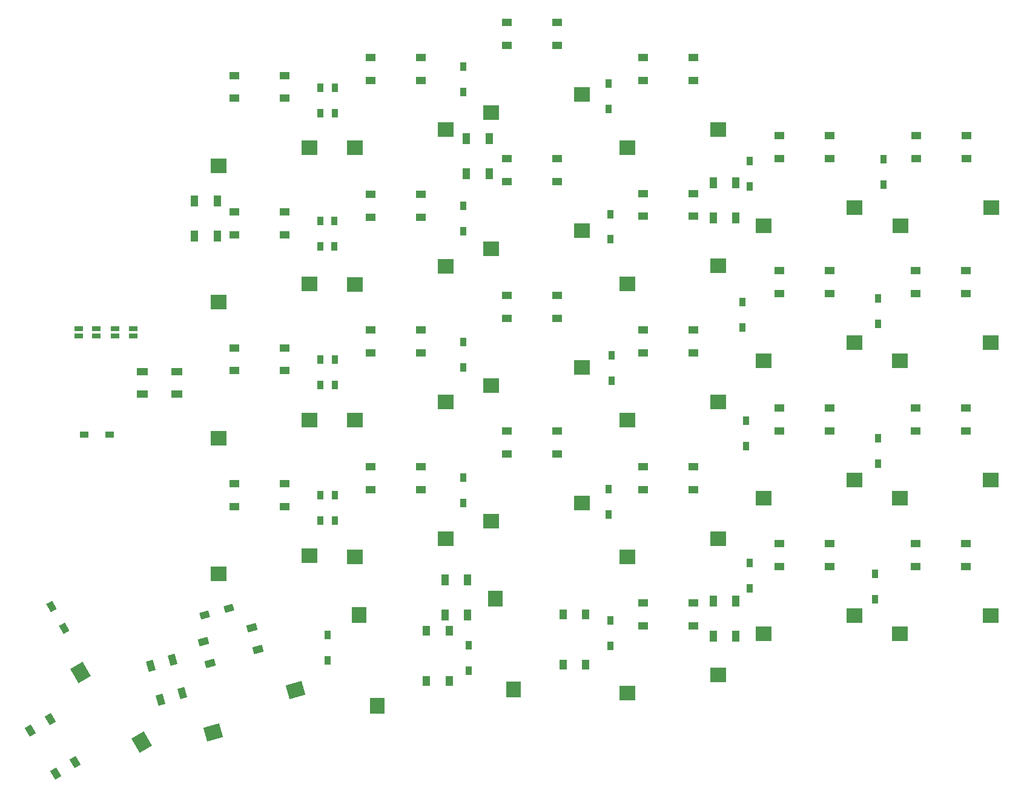
<source format=gbp>
G04 #@! TF.GenerationSoftware,KiCad,Pcbnew,(6.0.10)*
G04 #@! TF.CreationDate,2023-01-19T22:05:10+01:00*
G04 #@! TF.ProjectId,SofleKeyboard,536f666c-654b-4657-9962-6f6172642e6b,rev?*
G04 #@! TF.SameCoordinates,Original*
G04 #@! TF.FileFunction,Paste,Bot*
G04 #@! TF.FilePolarity,Positive*
%FSLAX46Y46*%
G04 Gerber Fmt 4.6, Leading zero omitted, Abs format (unit mm)*
G04 Created by KiCad (PCBNEW (6.0.10)) date 2023-01-19 22:05:10*
%MOMM*%
%LPD*%
G01*
G04 APERTURE LIST*
G04 Aperture macros list*
%AMRotRect*
0 Rectangle, with rotation*
0 The origin of the aperture is its center*
0 $1 length*
0 $2 width*
0 $3 Rotation angle, in degrees counterclockwise*
0 Add horizontal line*
21,1,$1,$2,0,0,$3*%
G04 Aperture macros list end*
%ADD10R,0.950000X1.300000*%
%ADD11R,1.300000X0.950000*%
%ADD12RotRect,1.300000X0.950000X300.000000*%
%ADD13RotRect,1.300000X0.950000X196.000000*%
%ADD14R,1.400000X1.000000*%
%ADD15R,2.300000X2.000000*%
%ADD16RotRect,1.400000X1.000000X300.000000*%
%ADD17RotRect,2.300000X2.000000X120.000000*%
%ADD18R,1.000000X1.400000*%
%ADD19R,2.000000X2.300000*%
%ADD20R,1.000000X1.500000*%
%ADD21RotRect,1.500000X1.000000X106.000000*%
%ADD22R,1.500000X1.000000*%
%ADD23RotRect,1.400000X1.000000X196.000000*%
%ADD24RotRect,2.300000X2.000000X16.000000*%
%ADD25R,1.143000X0.635000*%
G04 APERTURE END LIST*
D10*
X129000000Y-44225000D03*
X129000000Y-47775000D03*
X131000000Y-44225000D03*
X131000000Y-47775000D03*
X149000000Y-41225000D03*
X149000000Y-44775000D03*
X169250000Y-43650000D03*
X169250000Y-47200000D03*
X189000000Y-54475000D03*
X189000000Y-58025000D03*
X207750000Y-54250000D03*
X207750000Y-57800000D03*
X129000000Y-62825000D03*
X129000000Y-66375000D03*
X130900000Y-62825000D03*
X130900000Y-66375000D03*
X149000000Y-60725000D03*
X149000000Y-64275000D03*
X169500000Y-61875000D03*
X169500000Y-65425000D03*
X188000000Y-74225000D03*
X188000000Y-77775000D03*
X207000000Y-73725000D03*
X207000000Y-77275000D03*
X129000000Y-82225000D03*
X129000000Y-85775000D03*
X131000000Y-82225000D03*
X131000000Y-85775000D03*
X149000000Y-79790000D03*
X149000000Y-83340000D03*
X169725000Y-81650000D03*
X169725000Y-85200000D03*
X188500000Y-90825000D03*
X188500000Y-94375000D03*
X207000000Y-93225000D03*
X207000000Y-96775000D03*
X129000000Y-101225000D03*
X129000000Y-104775000D03*
X131000000Y-101225000D03*
X131000000Y-104775000D03*
X149000000Y-98725000D03*
X149000000Y-102275000D03*
X169250000Y-100375000D03*
X169250000Y-103925000D03*
X189000000Y-110725000D03*
X189000000Y-114275000D03*
X206500000Y-112225000D03*
X206500000Y-115775000D03*
D11*
X96000000Y-92775000D03*
X99550000Y-92775000D03*
D12*
X91387500Y-116737805D03*
X93162500Y-119812195D03*
D13*
X116206240Y-117010744D03*
X112793760Y-117989256D03*
D10*
X130000000Y-120725000D03*
X130000000Y-124275000D03*
X149700000Y-122225000D03*
X149700000Y-125775000D03*
D14*
X124000000Y-45700000D03*
X124000000Y-42500000D03*
X117000000Y-42500000D03*
X117000000Y-45700000D03*
D15*
X127500000Y-52580000D03*
X114800000Y-55120000D03*
D14*
X143000000Y-43200000D03*
X143000000Y-40000000D03*
X136000000Y-40000000D03*
X136000000Y-43200000D03*
D15*
X146500000Y-50080000D03*
X133800000Y-52620000D03*
D14*
X162100000Y-38270000D03*
X162100000Y-35070000D03*
X155100000Y-35070000D03*
X155100000Y-38270000D03*
D15*
X165600000Y-45150000D03*
X152900000Y-47690000D03*
D14*
X181100000Y-43200000D03*
X181100000Y-40000000D03*
X174100000Y-40000000D03*
X174100000Y-43200000D03*
D15*
X184600000Y-50080000D03*
X171900000Y-52620000D03*
D14*
X200200000Y-54100000D03*
X200200000Y-50900000D03*
X193200000Y-50900000D03*
X193200000Y-54100000D03*
D15*
X203700000Y-60980000D03*
X191000000Y-63520000D03*
D14*
X124000000Y-64800000D03*
X124000000Y-61600000D03*
X117000000Y-61600000D03*
X117000000Y-64800000D03*
D15*
X127500000Y-71680000D03*
X114800000Y-74220000D03*
D14*
X143000000Y-62300000D03*
X143000000Y-59100000D03*
X136000000Y-59100000D03*
X136000000Y-62300000D03*
D15*
X146500000Y-69180000D03*
X133800000Y-71720000D03*
D14*
X162100000Y-57360000D03*
X162100000Y-54160000D03*
X155100000Y-54160000D03*
X155100000Y-57360000D03*
D15*
X165600000Y-64240000D03*
X152900000Y-66780000D03*
D14*
X181100000Y-62200000D03*
X181100000Y-59000000D03*
X174100000Y-59000000D03*
X174100000Y-62200000D03*
D15*
X184600000Y-69080000D03*
X171900000Y-71620000D03*
D14*
X200200000Y-73000000D03*
X200200000Y-69800000D03*
X193200000Y-69800000D03*
X193200000Y-73000000D03*
D15*
X203700000Y-79880000D03*
X191000000Y-82420000D03*
D14*
X219200000Y-73000000D03*
X219200000Y-69800000D03*
X212200000Y-69800000D03*
X212200000Y-73000000D03*
D15*
X222700000Y-79880000D03*
X210000000Y-82420000D03*
D14*
X124000000Y-83800000D03*
X124000000Y-80600000D03*
X117000000Y-80600000D03*
X117000000Y-83800000D03*
D15*
X127500000Y-90680000D03*
X114800000Y-93220000D03*
D14*
X143000000Y-81300000D03*
X143000000Y-78100000D03*
X136000000Y-78100000D03*
X136000000Y-81300000D03*
D15*
X146500000Y-88180000D03*
X133800000Y-90720000D03*
D14*
X162100000Y-76460000D03*
X162100000Y-73260000D03*
X155100000Y-73260000D03*
X155100000Y-76460000D03*
D15*
X165600000Y-83340000D03*
X152900000Y-85880000D03*
D14*
X181100000Y-81300000D03*
X181100000Y-78100000D03*
X174100000Y-78100000D03*
X174100000Y-81300000D03*
D15*
X184600000Y-88180000D03*
X171900000Y-90720000D03*
D14*
X200200000Y-92200000D03*
X200200000Y-89000000D03*
X193200000Y-89000000D03*
X193200000Y-92200000D03*
D15*
X203700000Y-99080000D03*
X191000000Y-101620000D03*
D14*
X219200000Y-92200000D03*
X219200000Y-89000000D03*
X212200000Y-89000000D03*
X212200000Y-92200000D03*
D15*
X222700000Y-99080000D03*
X210000000Y-101620000D03*
D14*
X124000000Y-102800000D03*
X124000000Y-99600000D03*
X117000000Y-99600000D03*
X117000000Y-102800000D03*
D15*
X127500000Y-109680000D03*
X114800000Y-112220000D03*
D14*
X143000000Y-100400000D03*
X143000000Y-97200000D03*
X136000000Y-97200000D03*
X136000000Y-100400000D03*
D15*
X146500000Y-107280000D03*
X133800000Y-109820000D03*
D14*
X162100000Y-95460000D03*
X162100000Y-92260000D03*
X155100000Y-92260000D03*
X155100000Y-95460000D03*
D15*
X165600000Y-102340000D03*
X152900000Y-104880000D03*
D14*
X181100000Y-100400000D03*
X181100000Y-97200000D03*
X174100000Y-97200000D03*
X174100000Y-100400000D03*
D15*
X184600000Y-107280000D03*
X171900000Y-109820000D03*
D14*
X200200000Y-111200000D03*
X200200000Y-108000000D03*
X193200000Y-108000000D03*
X193200000Y-111200000D03*
D15*
X203700000Y-118080000D03*
X191000000Y-120620000D03*
D14*
X219250000Y-111200000D03*
X219250000Y-108000000D03*
X212250000Y-108000000D03*
X212250000Y-111200000D03*
D15*
X222750000Y-118080000D03*
X210050000Y-120620000D03*
D16*
X91236091Y-132518911D03*
X88464809Y-134118911D03*
X91964809Y-140181089D03*
X94736091Y-138581089D03*
D17*
X95444346Y-126047822D03*
X103994050Y-135776345D03*
D18*
X143800000Y-127200000D03*
X147000000Y-127200000D03*
X147000000Y-120200000D03*
X143800000Y-120200000D03*
D19*
X136920000Y-130700000D03*
X134380000Y-118000000D03*
D18*
X162900000Y-124900000D03*
X166100000Y-124900000D03*
X166100000Y-117900000D03*
X162900000Y-117900000D03*
D19*
X156020000Y-128400000D03*
X153480000Y-115700000D03*
D10*
X169500000Y-118725000D03*
X169500000Y-122275000D03*
D20*
X111400000Y-60050000D03*
X114600000Y-60050000D03*
X114600000Y-64950000D03*
X111400000Y-64950000D03*
X152600000Y-56240000D03*
X149400000Y-56240000D03*
X149400000Y-51340000D03*
X152600000Y-51340000D03*
X183900000Y-57550000D03*
X187100000Y-57550000D03*
X187100000Y-62450000D03*
X183900000Y-62450000D03*
D21*
X109713330Y-128914071D03*
X106637293Y-129796111D03*
X105286670Y-125085929D03*
X108362707Y-124203889D03*
D20*
X146400000Y-113050000D03*
X149600000Y-113050000D03*
X149600000Y-117950000D03*
X146400000Y-117950000D03*
X183900000Y-116050000D03*
X187100000Y-116050000D03*
X187100000Y-120950000D03*
X183900000Y-120950000D03*
D22*
X108950000Y-83900000D03*
X108950000Y-87100000D03*
X104050000Y-87100000D03*
X104050000Y-83900000D03*
D14*
X181100000Y-119500000D03*
X181100000Y-116300000D03*
X174100000Y-116300000D03*
X174100000Y-119500000D03*
D15*
X184600000Y-126380000D03*
X171900000Y-128920000D03*
D23*
X120279175Y-122801844D03*
X119397136Y-119725807D03*
X112668304Y-121655268D03*
X113550343Y-124731305D03*
D24*
X125539976Y-128450594D03*
X114032072Y-134392793D03*
D14*
X219300000Y-54100000D03*
X219300000Y-50900000D03*
X212300000Y-50900000D03*
X212300000Y-54100000D03*
D15*
X222800000Y-60980000D03*
X210100000Y-63520000D03*
D25*
X100246000Y-77903000D03*
X100246000Y-78903760D03*
X97665000Y-77903000D03*
X97665000Y-78903760D03*
X95166000Y-77903000D03*
X95166000Y-78903760D03*
X102786000Y-77903000D03*
X102786000Y-78903760D03*
M02*

</source>
